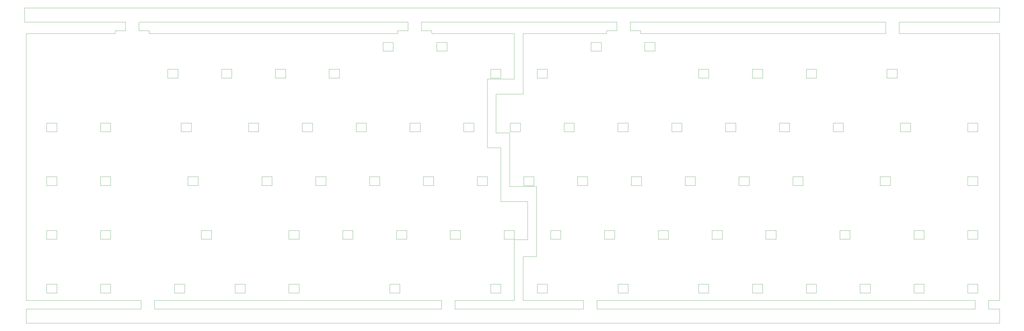
<source format=gm1>
%TF.GenerationSoftware,KiCad,Pcbnew,8.0.8*%
%TF.CreationDate,2025-04-15T18:10:27+09:00*%
%TF.ProjectId,sswkbd_wiring,7373776b-6264-45f7-9769-72696e672e6b,rev?*%
%TF.SameCoordinates,Original*%
%TF.FileFunction,Profile,NP*%
%FSLAX46Y46*%
G04 Gerber Fmt 4.6, Leading zero omitted, Abs format (unit mm)*
G04 Created by KiCad (PCBNEW 8.0.8) date 2025-04-15 18:10:27*
%MOMM*%
%LPD*%
G01*
G04 APERTURE LIST*
%TA.AperFunction,Profile*%
%ADD10C,0.050000*%
%TD*%
%TA.AperFunction,Profile*%
%ADD11C,0.100000*%
%TD*%
G04 APERTURE END LIST*
D10*
X59247004Y-60300000D02*
X23622000Y-60300000D01*
X158997004Y-60300000D02*
X63997000Y-60300000D01*
X327634404Y-60300000D02*
X237525000Y-60300000D01*
X367900000Y-55300000D02*
X23622000Y-55300000D01*
X367900000Y-60300000D02*
X367900000Y-55300000D01*
X332384400Y-60300000D02*
X367900000Y-60300000D01*
X327634404Y-64300000D02*
X327634404Y-60300000D01*
X332384400Y-60300000D02*
X332384400Y-64300000D01*
X367900000Y-64300000D02*
X332384400Y-64300000D01*
X367900000Y-158760000D02*
X367900000Y-64300000D01*
X363956796Y-161760000D02*
X363956796Y-158760000D01*
X367900000Y-161760000D02*
X363956796Y-161760000D01*
X367900000Y-166760000D02*
X367900000Y-161760000D01*
X24240750Y-166760000D02*
X367900000Y-166760000D01*
X24240750Y-161760000D02*
X24240750Y-166760000D01*
X64755800Y-161760000D02*
X24240750Y-161760000D01*
X64755800Y-158760000D02*
X64755800Y-161760000D01*
X24240750Y-158760000D02*
X64755800Y-158760000D01*
X24240750Y-64300000D02*
X24240750Y-158760000D01*
X55622000Y-64300000D02*
X24240750Y-64300000D01*
D11*
X186990750Y-80460000D02*
X196490750Y-80460000D01*
D10*
X225704596Y-161760000D02*
X359206800Y-161760000D01*
D11*
X175641196Y-158760000D02*
X196490750Y-158760000D01*
X220954600Y-158760000D02*
X220954600Y-161760000D01*
D10*
X170891200Y-161760000D02*
X69505796Y-161760000D01*
D11*
X196490750Y-158760000D02*
X196490750Y-137260000D01*
D10*
X241150000Y-63300000D02*
X241150000Y-64300000D01*
X158997004Y-60300000D02*
X158997004Y-63300000D01*
D11*
X201240750Y-137260000D02*
X201240750Y-123760000D01*
D10*
X69505796Y-158760000D02*
X170891200Y-158760000D01*
D11*
X167372000Y-63300000D02*
X163747000Y-63300000D01*
D10*
X170891200Y-158760000D02*
X170891200Y-161760000D01*
X158997000Y-63300000D02*
X155372000Y-63300000D01*
D11*
X196490750Y-64300000D02*
X167372000Y-64300000D01*
D10*
X155372000Y-64300000D02*
X67622000Y-64300000D01*
D11*
X191740750Y-104760000D02*
X186990750Y-104760000D01*
X196490750Y-137260000D02*
X201240750Y-137260000D01*
X167372000Y-64300000D02*
X167372000Y-63300000D01*
D10*
X225704596Y-158760000D02*
X225704596Y-161760000D01*
X63997000Y-63300000D02*
X67622000Y-63300000D01*
D11*
X220954600Y-161760000D02*
X175641196Y-161760000D01*
D10*
X55622000Y-64300000D02*
X55622000Y-63300000D01*
D11*
X199613000Y-143260000D02*
X199613000Y-158760000D01*
X201240750Y-123760000D02*
X191740750Y-123760000D01*
X232775004Y-60300000D02*
X232775004Y-63300000D01*
X191740750Y-123760000D02*
X191740750Y-104760000D01*
X175641196Y-161760000D02*
X175641196Y-158760000D01*
X194863000Y-99460000D02*
X194863000Y-118460000D01*
X199613000Y-85760000D02*
X190113000Y-85760000D01*
D10*
X67622000Y-63300000D02*
X67622000Y-64300000D01*
D11*
X204363000Y-118460000D02*
X204363000Y-143260000D01*
X229150000Y-64300000D02*
X199613000Y-64300000D01*
D10*
X359206800Y-158760000D02*
X359206800Y-161760000D01*
X237525000Y-63300000D02*
X241150000Y-63300000D01*
X69505796Y-158760000D02*
X69505796Y-161760000D01*
D11*
X199613000Y-64300000D02*
X199613000Y-85760000D01*
X163747000Y-63300000D02*
X163747000Y-60300000D01*
X190113000Y-99460000D02*
X194863000Y-99460000D01*
D10*
X59247004Y-60300000D02*
X59247004Y-63300000D01*
D11*
X232775004Y-63300000D02*
X229150000Y-63300000D01*
D10*
X63997000Y-60300000D02*
X63997000Y-63300000D01*
X155372000Y-64300000D02*
X155372000Y-63300000D01*
X59247000Y-63300000D02*
X55622000Y-63300000D01*
X23622000Y-60300000D02*
X23622000Y-55300000D01*
D11*
X190113000Y-85760000D02*
X190113000Y-99460000D01*
D10*
X225704596Y-158760000D02*
X359206800Y-158760000D01*
D11*
X196490750Y-80460000D02*
X196490750Y-64300000D01*
X229150000Y-63300000D02*
X229150000Y-64300000D01*
X204363000Y-143260000D02*
X199613000Y-143260000D01*
D10*
X241150000Y-64300000D02*
X327634404Y-64300000D01*
D11*
X199613000Y-158760000D02*
X220954600Y-158760000D01*
D10*
X237525000Y-60300000D02*
X237525000Y-63300000D01*
D11*
X194863000Y-118460000D02*
X204363000Y-118460000D01*
X163747000Y-60300000D02*
X232775004Y-60300000D01*
X186990750Y-104760000D02*
X186990750Y-80460000D01*
D10*
X363956796Y-158760000D02*
X367900000Y-158760000D01*
D11*
%TO.C,LED77*%
X209363000Y-133973000D02*
X212963000Y-133973000D01*
X209363000Y-137073000D02*
X209363000Y-133973000D01*
X212963000Y-133973000D02*
X212963000Y-137073000D01*
X212963000Y-137073000D02*
X209363000Y-137073000D01*
%TO.C,LED3*%
X31440750Y-133973000D02*
X35040750Y-133973000D01*
X31440750Y-137073000D02*
X31440750Y-133973000D01*
X35040750Y-133973000D02*
X35040750Y-137073000D01*
X35040750Y-137073000D02*
X31440750Y-137073000D01*
%TO.C,LED27*%
X145440750Y-114973000D02*
X149040750Y-114973000D01*
X145440750Y-118073000D02*
X145440750Y-114973000D01*
X149040750Y-114973000D02*
X149040750Y-118073000D01*
X149040750Y-118073000D02*
X145440750Y-118073000D01*
%TO.C,LED70*%
X228363000Y-133973000D02*
X231963000Y-133973000D01*
X228363000Y-137073000D02*
X228363000Y-133973000D01*
X231963000Y-133973000D02*
X231963000Y-137073000D01*
X231963000Y-137073000D02*
X228363000Y-137073000D01*
%TO.C,LED7*%
X50440750Y-114973000D02*
X54040750Y-114973000D01*
X50440750Y-118073000D02*
X50440750Y-114973000D01*
X54040750Y-114973000D02*
X54040750Y-118073000D01*
X54040750Y-118073000D02*
X50440750Y-118073000D01*
%TO.C,LED32*%
X173940750Y-133973000D02*
X177540750Y-133973000D01*
X173940750Y-137073000D02*
X173940750Y-133973000D01*
X177540750Y-133973000D02*
X177540750Y-137073000D01*
X177540750Y-137073000D02*
X173940750Y-137073000D01*
%TO.C,LED38*%
X188190750Y-76973000D02*
X191790750Y-76973000D01*
X188190750Y-80073000D02*
X188190750Y-76973000D01*
X191790750Y-76973000D02*
X191790750Y-80073000D01*
X191790750Y-80073000D02*
X188190750Y-80073000D01*
%TO.C,LED13*%
X76565750Y-152973000D02*
X80165750Y-152973000D01*
X76565750Y-156073000D02*
X76565750Y-152973000D01*
X80165750Y-152973000D02*
X80165750Y-156073000D01*
X80165750Y-156073000D02*
X76565750Y-156073000D01*
%TO.C,LED30*%
X159690750Y-95973000D02*
X163290750Y-95973000D01*
X159690750Y-99073000D02*
X159690750Y-95973000D01*
X163290750Y-95973000D02*
X163290750Y-99073000D01*
X163290750Y-99073000D02*
X159690750Y-99073000D01*
%TO.C,LED28*%
X131190750Y-76973000D02*
X134790750Y-76973000D01*
X131190750Y-80073000D02*
X131190750Y-76973000D01*
X134790750Y-76973000D02*
X134790750Y-80073000D01*
X134790750Y-80073000D02*
X131190750Y-80073000D01*
%TO.C,LED71*%
X233138000Y-152973000D02*
X236738000Y-152973000D01*
X233138000Y-156073000D02*
X233138000Y-152973000D01*
X236738000Y-152973000D02*
X236738000Y-156073000D01*
X236738000Y-156073000D02*
X233138000Y-156073000D01*
%TO.C,LED35*%
X178690750Y-95973000D02*
X182290750Y-95973000D01*
X178690750Y-99073000D02*
X178690750Y-95973000D01*
X182290750Y-95973000D02*
X182290750Y-99073000D01*
X182290750Y-99073000D02*
X178690750Y-99073000D01*
%TO.C,LED29*%
X150191250Y-67447000D02*
X153791250Y-67447000D01*
X150191250Y-70547000D02*
X150191250Y-67447000D01*
X153791250Y-67447000D02*
X153791250Y-70547000D01*
X153791250Y-70547000D02*
X150191250Y-70547000D01*
%TO.C,LED58*%
X261613000Y-76973000D02*
X265213000Y-76973000D01*
X261613000Y-80073000D02*
X261613000Y-76973000D01*
X265213000Y-76973000D02*
X265213000Y-80073000D01*
X265213000Y-80073000D02*
X261613000Y-80073000D01*
%TO.C,LED11*%
X81315750Y-114973000D02*
X84915750Y-114973000D01*
X81315750Y-118073000D02*
X81315750Y-114973000D01*
X84915750Y-114973000D02*
X84915750Y-118073000D01*
X84915750Y-118073000D02*
X81315750Y-118073000D01*
%TO.C,LED52*%
X299613000Y-152973000D02*
X303213000Y-152973000D01*
X299613000Y-156073000D02*
X299613000Y-152973000D01*
X303213000Y-152973000D02*
X303213000Y-156073000D01*
X303213000Y-156073000D02*
X299613000Y-156073000D01*
%TO.C,LED60*%
X275863000Y-114973000D02*
X279463000Y-114973000D01*
X275863000Y-118073000D02*
X275863000Y-114973000D01*
X279463000Y-114973000D02*
X279463000Y-118073000D01*
X279463000Y-118073000D02*
X275863000Y-118073000D01*
%TO.C,LED76*%
X199863000Y-114973000D02*
X203463000Y-114973000D01*
X199863000Y-118073000D02*
X199863000Y-114973000D01*
X203463000Y-114973000D02*
X203463000Y-118073000D01*
X203463000Y-118073000D02*
X199863000Y-118073000D01*
%TO.C,LED46*%
X332863000Y-95973000D02*
X336463000Y-95973000D01*
X332863000Y-99073000D02*
X332863000Y-95973000D01*
X336463000Y-95973000D02*
X336463000Y-99073000D01*
X336463000Y-99073000D02*
X332863000Y-99073000D01*
%TO.C,LED37*%
X169191250Y-67447000D02*
X172791250Y-67447000D01*
X169191250Y-70547000D02*
X169191250Y-67447000D01*
X172791250Y-67447000D02*
X172791250Y-70547000D01*
X172791250Y-70547000D02*
X169191250Y-70547000D01*
%TO.C,LED68*%
X233113000Y-95973000D02*
X236713000Y-95973000D01*
X233113000Y-99073000D02*
X233113000Y-95973000D01*
X236713000Y-95973000D02*
X236713000Y-99073000D01*
X236713000Y-99073000D02*
X233113000Y-99073000D01*
%TO.C,LED45*%
X325738000Y-114973000D02*
X329338000Y-114973000D01*
X325738000Y-118073000D02*
X325738000Y-114973000D01*
X329338000Y-114973000D02*
X329338000Y-118073000D01*
X329338000Y-118073000D02*
X325738000Y-118073000D01*
%TO.C,LED50*%
X311488000Y-133973000D02*
X315088000Y-133973000D01*
X311488000Y-137073000D02*
X311488000Y-133973000D01*
X315088000Y-133973000D02*
X315088000Y-137073000D01*
X315088000Y-137073000D02*
X311488000Y-137073000D01*
%TO.C,LED14*%
X97940750Y-152973000D02*
X101540750Y-152973000D01*
X97940750Y-156073000D02*
X97940750Y-152973000D01*
X101540750Y-152973000D02*
X101540750Y-156073000D01*
X101540750Y-156073000D02*
X97940750Y-156073000D01*
%TO.C,LED1*%
X31440750Y-95973000D02*
X35040750Y-95973000D01*
X31440750Y-99073000D02*
X31440750Y-95973000D01*
X35040750Y-95973000D02*
X35040750Y-99073000D01*
X35040750Y-99073000D02*
X31440750Y-99073000D01*
%TO.C,LED62*%
X261613000Y-152973000D02*
X265213000Y-152973000D01*
X261613000Y-156073000D02*
X261613000Y-152973000D01*
X265213000Y-152973000D02*
X265213000Y-156073000D01*
X265213000Y-156073000D02*
X261613000Y-156073000D01*
%TO.C,LED69*%
X237863000Y-114973000D02*
X241463000Y-114973000D01*
X237863000Y-118073000D02*
X237863000Y-114973000D01*
X241463000Y-114973000D02*
X241463000Y-118073000D01*
X241463000Y-118073000D02*
X237863000Y-118073000D01*
%TO.C,LED64*%
X256863000Y-114973000D02*
X260463000Y-114973000D01*
X256863000Y-118073000D02*
X256863000Y-114973000D01*
X260463000Y-114973000D02*
X260463000Y-118073000D01*
X260463000Y-118073000D02*
X256863000Y-118073000D01*
%TO.C,LED18*%
X102690750Y-95973000D02*
X106290750Y-95973000D01*
X102690750Y-99073000D02*
X102690750Y-95973000D01*
X106290750Y-95973000D02*
X106290750Y-99073000D01*
X106290750Y-99073000D02*
X102690750Y-99073000D01*
%TO.C,LED74*%
X204613000Y-76973000D02*
X208213000Y-76973000D01*
X204613000Y-80073000D02*
X204613000Y-76973000D01*
X208213000Y-76973000D02*
X208213000Y-80073000D01*
X208213000Y-80073000D02*
X204613000Y-80073000D01*
%TO.C,LED24*%
X152540750Y-152973000D02*
X156140750Y-152973000D01*
X152540750Y-156073000D02*
X152540750Y-152973000D01*
X156140750Y-152973000D02*
X156140750Y-156073000D01*
X156140750Y-156073000D02*
X152540750Y-156073000D01*
%TO.C,LED63*%
X247363000Y-133973000D02*
X250963000Y-133973000D01*
X247363000Y-137073000D02*
X247363000Y-133973000D01*
X250963000Y-133973000D02*
X250963000Y-137073000D01*
X250963000Y-137073000D02*
X247363000Y-137073000D01*
%TO.C,LED61*%
X266363000Y-133973000D02*
X269963000Y-133973000D01*
X266363000Y-137073000D02*
X266363000Y-133973000D01*
X269963000Y-133973000D02*
X269963000Y-137073000D01*
X269963000Y-137073000D02*
X266363000Y-137073000D01*
%TO.C,LED2*%
X31440750Y-114973000D02*
X35040750Y-114973000D01*
X31440750Y-118073000D02*
X31440750Y-114973000D01*
X35040750Y-114973000D02*
X35040750Y-118073000D01*
X35040750Y-118073000D02*
X31440750Y-118073000D01*
%TO.C,LED20*%
X112190750Y-76973000D02*
X115790750Y-76973000D01*
X112190750Y-80073000D02*
X112190750Y-76973000D01*
X115790750Y-76973000D02*
X115790750Y-80073000D01*
X115790750Y-80073000D02*
X112190750Y-80073000D01*
%TO.C,LED19*%
X93190750Y-76973000D02*
X96790750Y-76973000D01*
X93190750Y-80073000D02*
X93190750Y-76973000D01*
X96790750Y-76973000D02*
X96790750Y-80073000D01*
X96790750Y-80073000D02*
X93190750Y-80073000D01*
%TO.C,LED41*%
X356613000Y-133973000D02*
X360213000Y-133973000D01*
X356613000Y-137073000D02*
X356613000Y-133973000D01*
X360213000Y-133973000D02*
X360213000Y-137073000D01*
X360213000Y-137073000D02*
X356613000Y-137073000D01*
%TO.C,LED33*%
X188190750Y-152973000D02*
X191790750Y-152973000D01*
X188190750Y-156073000D02*
X188190750Y-152973000D01*
X191790750Y-152973000D02*
X191790750Y-156073000D01*
X191790750Y-156073000D02*
X188190750Y-156073000D01*
%TO.C,LED59*%
X271113000Y-95973000D02*
X274713000Y-95973000D01*
X271113000Y-99073000D02*
X271113000Y-95973000D01*
X274713000Y-95973000D02*
X274713000Y-99073000D01*
X274713000Y-99073000D02*
X271113000Y-99073000D01*
%TO.C,LED72*%
X218863000Y-114973000D02*
X222463000Y-114973000D01*
X218863000Y-118073000D02*
X218863000Y-114973000D01*
X222463000Y-114973000D02*
X222463000Y-118073000D01*
X222463000Y-118073000D02*
X218863000Y-118073000D01*
%TO.C,LED57*%
X280613000Y-76973000D02*
X284213000Y-76973000D01*
X280613000Y-80073000D02*
X280613000Y-76973000D01*
X284213000Y-76973000D02*
X284213000Y-80073000D01*
X284213000Y-80073000D02*
X280613000Y-80073000D01*
%TO.C,LED47*%
X328113000Y-76973000D02*
X331713000Y-76973000D01*
X328113000Y-80073000D02*
X328113000Y-76973000D01*
X331713000Y-76973000D02*
X331713000Y-80073000D01*
X331713000Y-80073000D02*
X328113000Y-80073000D01*
%TO.C,LED48*%
X299613000Y-76973000D02*
X303213000Y-76973000D01*
X299613000Y-80073000D02*
X299613000Y-76973000D01*
X303213000Y-76973000D02*
X303213000Y-80073000D01*
X303213000Y-80073000D02*
X299613000Y-80073000D01*
%TO.C,LED22*%
X126440750Y-114973000D02*
X130040750Y-114973000D01*
X126440750Y-118073000D02*
X126440750Y-114973000D01*
X130040750Y-114973000D02*
X130040750Y-118073000D01*
X130040750Y-118073000D02*
X126440750Y-118073000D01*
%TO.C,LED73*%
X214113000Y-95973000D02*
X217713000Y-95973000D01*
X214113000Y-99073000D02*
X214113000Y-95973000D01*
X217713000Y-95973000D02*
X217713000Y-99073000D01*
X217713000Y-99073000D02*
X214113000Y-99073000D01*
%TO.C,LED23*%
X135940750Y-133973000D02*
X139540750Y-133973000D01*
X135940750Y-137073000D02*
X135940750Y-133973000D01*
X139540750Y-133973000D02*
X139540750Y-137073000D01*
X139540750Y-137073000D02*
X135940750Y-137073000D01*
%TO.C,LED43*%
X337613000Y-152973000D02*
X341213000Y-152973000D01*
X337613000Y-156073000D02*
X337613000Y-152973000D01*
X341213000Y-152973000D02*
X341213000Y-156073000D01*
X341213000Y-156073000D02*
X337613000Y-156073000D01*
%TO.C,LED4*%
X31440750Y-152973000D02*
X35040750Y-152973000D01*
X31440750Y-156073000D02*
X31440750Y-152973000D01*
X35040750Y-152973000D02*
X35040750Y-156073000D01*
X35040750Y-156073000D02*
X31440750Y-156073000D01*
%TO.C,LED21*%
X121690750Y-95973000D02*
X125290750Y-95973000D01*
X121690750Y-99073000D02*
X121690750Y-95973000D01*
X125290750Y-95973000D02*
X125290750Y-99073000D01*
X125290750Y-99073000D02*
X121690750Y-99073000D01*
%TO.C,LED8*%
X50440750Y-95973000D02*
X54040750Y-95973000D01*
X50440750Y-99073000D02*
X50440750Y-95973000D01*
X54040750Y-95973000D02*
X54040750Y-99073000D01*
X54040750Y-99073000D02*
X50440750Y-99073000D01*
%TO.C,LED49*%
X309113000Y-95973000D02*
X312713000Y-95973000D01*
X309113000Y-99073000D02*
X309113000Y-95973000D01*
X312713000Y-95973000D02*
X312713000Y-99073000D01*
X312713000Y-99073000D02*
X309113000Y-99073000D01*
%TO.C,LED15*%
X116940750Y-152973000D02*
X120540750Y-152973000D01*
X116940750Y-156073000D02*
X116940750Y-152973000D01*
X120540750Y-152973000D02*
X120540750Y-156073000D01*
X120540750Y-156073000D02*
X116940750Y-156073000D01*
%TO.C,LED78*%
X204613000Y-152973000D02*
X208213000Y-152973000D01*
X204613000Y-156073000D02*
X204613000Y-152973000D01*
X208213000Y-152973000D02*
X208213000Y-156073000D01*
X208213000Y-156073000D02*
X204613000Y-156073000D01*
%TO.C,LED39*%
X356613000Y-95973000D02*
X360213000Y-95973000D01*
X356613000Y-99073000D02*
X356613000Y-95973000D01*
X360213000Y-95973000D02*
X360213000Y-99073000D01*
X360213000Y-99073000D02*
X356613000Y-99073000D01*
%TO.C,LED44*%
X337613000Y-133973000D02*
X341213000Y-133973000D01*
X337613000Y-137073000D02*
X337613000Y-133973000D01*
X341213000Y-133973000D02*
X341213000Y-137073000D01*
X341213000Y-137073000D02*
X337613000Y-137073000D01*
%TO.C,LED75*%
X195113000Y-95973000D02*
X198713000Y-95973000D01*
X195113000Y-99073000D02*
X195113000Y-95973000D01*
X198713000Y-95973000D02*
X198713000Y-99073000D01*
X198713000Y-99073000D02*
X195113000Y-99073000D01*
%TO.C,LED5*%
X50440750Y-152973000D02*
X54040750Y-152973000D01*
X50440750Y-156073000D02*
X50440750Y-152973000D01*
X54040750Y-152973000D02*
X54040750Y-156073000D01*
X54040750Y-156073000D02*
X50440750Y-156073000D01*
%TO.C,LED51*%
X318613000Y-152973000D02*
X322213000Y-152973000D01*
X318613000Y-156073000D02*
X318613000Y-152973000D01*
X322213000Y-152973000D02*
X322213000Y-156073000D01*
X322213000Y-156073000D02*
X318613000Y-156073000D01*
%TO.C,LED6*%
X50440750Y-133973000D02*
X54040750Y-133973000D01*
X50440750Y-137073000D02*
X50440750Y-133973000D01*
X54040750Y-133973000D02*
X54040750Y-137073000D01*
X54040750Y-137073000D02*
X50440750Y-137073000D01*
%TO.C,LED42*%
X356613000Y-152973000D02*
X360213000Y-152973000D01*
X356613000Y-156073000D02*
X356613000Y-152973000D01*
X360213000Y-152973000D02*
X360213000Y-156073000D01*
X360213000Y-156073000D02*
X356613000Y-156073000D01*
%TO.C,LED34*%
X192940750Y-133973000D02*
X196540750Y-133973000D01*
X192940750Y-137073000D02*
X192940750Y-133973000D01*
X196540750Y-133973000D02*
X196540750Y-137073000D01*
X196540750Y-137073000D02*
X192940750Y-137073000D01*
%TO.C,LED10*%
X78940750Y-95973000D02*
X82540750Y-95973000D01*
X78940750Y-99073000D02*
X78940750Y-95973000D01*
X82540750Y-95973000D02*
X82540750Y-99073000D01*
X82540750Y-99073000D02*
X78940750Y-99073000D01*
%TO.C,LED17*%
X107440750Y-114973000D02*
X111040750Y-114973000D01*
X107440750Y-118073000D02*
X107440750Y-114973000D01*
X111040750Y-114973000D02*
X111040750Y-118073000D01*
X111040750Y-118073000D02*
X107440750Y-118073000D01*
%TO.C,LED56*%
X294863000Y-114973000D02*
X298463000Y-114973000D01*
X294863000Y-118073000D02*
X294863000Y-114973000D01*
X298463000Y-114973000D02*
X298463000Y-118073000D01*
X298463000Y-118073000D02*
X294863000Y-118073000D01*
%TO.C,LED67*%
X223613000Y-67447000D02*
X227213000Y-67447000D01*
X223613000Y-70547000D02*
X223613000Y-67447000D01*
X227213000Y-67447000D02*
X227213000Y-70547000D01*
X227213000Y-70547000D02*
X223613000Y-70547000D01*
%TO.C,LED31*%
X164440750Y-114973000D02*
X168040750Y-114973000D01*
X164440750Y-118073000D02*
X164440750Y-114973000D01*
X168040750Y-114973000D02*
X168040750Y-118073000D01*
X168040750Y-118073000D02*
X164440750Y-118073000D01*
%TO.C,LED53*%
X280613000Y-152973000D02*
X284213000Y-152973000D01*
X280613000Y-156073000D02*
X280613000Y-152973000D01*
X284213000Y-152973000D02*
X284213000Y-156073000D01*
X284213000Y-156073000D02*
X280613000Y-156073000D01*
%TO.C,LED36*%
X183440750Y-114973000D02*
X187040750Y-114973000D01*
X183440750Y-118073000D02*
X183440750Y-114973000D01*
X187040750Y-114973000D02*
X187040750Y-118073000D01*
X187040750Y-118073000D02*
X183440750Y-118073000D01*
%TO.C,LED65*%
X242612000Y-67447000D02*
X246212000Y-67447000D01*
X242612000Y-70547000D02*
X242612000Y-67447000D01*
X246212000Y-67447000D02*
X246212000Y-70547000D01*
X246212000Y-70547000D02*
X242612000Y-70547000D01*
%TO.C,LED9*%
X74190750Y-76973000D02*
X77790750Y-76973000D01*
X74190750Y-80073000D02*
X74190750Y-76973000D01*
X77790750Y-76973000D02*
X77790750Y-80073000D01*
X77790750Y-80073000D02*
X74190750Y-80073000D01*
%TO.C,LED66*%
X252113000Y-95973000D02*
X255713000Y-95973000D01*
X252113000Y-99073000D02*
X252113000Y-95973000D01*
X255713000Y-95973000D02*
X255713000Y-99073000D01*
X255713000Y-99073000D02*
X252113000Y-99073000D01*
%TO.C,LED26*%
X140690750Y-95973000D02*
X144290750Y-95973000D01*
X140690750Y-99073000D02*
X140690750Y-95973000D01*
X144290750Y-95973000D02*
X144290750Y-99073000D01*
X144290750Y-99073000D02*
X140690750Y-99073000D01*
%TO.C,LED54*%
X285363000Y-133973000D02*
X288963000Y-133973000D01*
X285363000Y-137073000D02*
X285363000Y-133973000D01*
X288963000Y-133973000D02*
X288963000Y-137073000D01*
X288963000Y-137073000D02*
X285363000Y-137073000D01*
%TO.C,LED55*%
X290113000Y-95973000D02*
X293713000Y-95973000D01*
X290113000Y-99073000D02*
X290113000Y-95973000D01*
X293713000Y-95973000D02*
X293713000Y-99073000D01*
X293713000Y-99073000D02*
X290113000Y-99073000D01*
%TO.C,LED12*%
X86065750Y-133973000D02*
X89665750Y-133973000D01*
X86065750Y-137073000D02*
X86065750Y-133973000D01*
X89665750Y-133973000D02*
X89665750Y-137073000D01*
X89665750Y-137073000D02*
X86065750Y-137073000D01*
%TO.C,LED40*%
X356613000Y-114973000D02*
X360213000Y-114973000D01*
X356613000Y-118073000D02*
X356613000Y-114973000D01*
X360213000Y-114973000D02*
X360213000Y-118073000D01*
X360213000Y-118073000D02*
X356613000Y-118073000D01*
%TO.C,LED25*%
X154940750Y-133973000D02*
X158540750Y-133973000D01*
X154940750Y-137073000D02*
X154940750Y-133973000D01*
X158540750Y-133973000D02*
X158540750Y-137073000D01*
X158540750Y-137073000D02*
X154940750Y-137073000D01*
%TO.C,LED16*%
X116940750Y-133973000D02*
X120540750Y-133973000D01*
X116940750Y-137073000D02*
X116940750Y-133973000D01*
X120540750Y-133973000D02*
X120540750Y-137073000D01*
X120540750Y-137073000D02*
X116940750Y-137073000D01*
%TD*%
M02*

</source>
